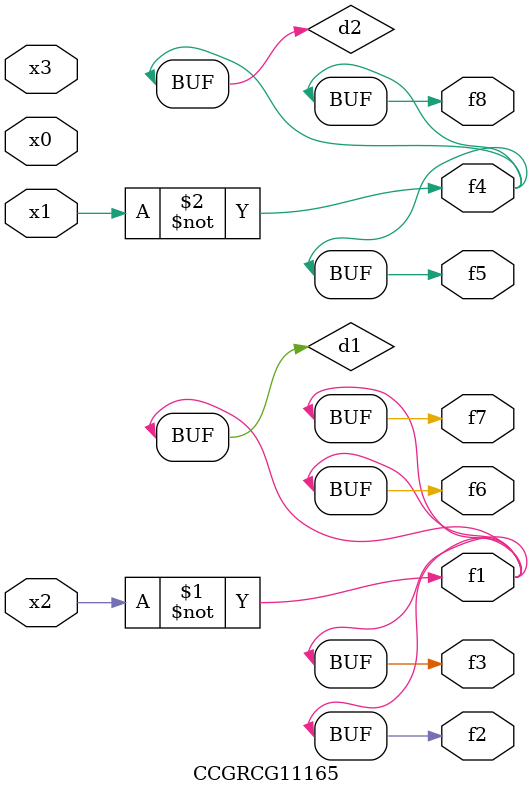
<source format=v>
module CCGRCG11165(
	input x0, x1, x2, x3,
	output f1, f2, f3, f4, f5, f6, f7, f8
);

	wire d1, d2;

	xnor (d1, x2);
	not (d2, x1);
	assign f1 = d1;
	assign f2 = d1;
	assign f3 = d1;
	assign f4 = d2;
	assign f5 = d2;
	assign f6 = d1;
	assign f7 = d1;
	assign f8 = d2;
endmodule

</source>
